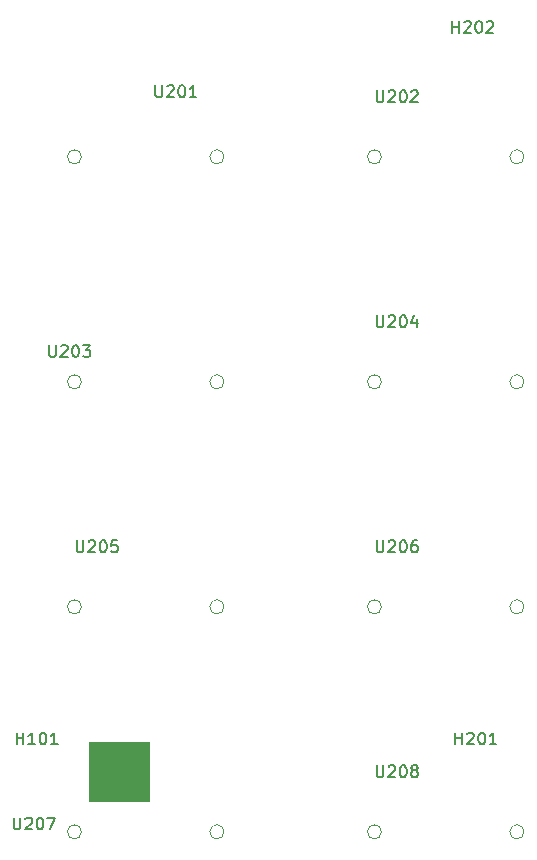
<source format=gbr>
%TF.GenerationSoftware,KiCad,Pcbnew,8.0.8*%
%TF.CreationDate,2025-07-11T15:40:09+09:00*%
%TF.ProjectId,20250711-7seg-panel-display,32303235-3037-4313-912d-377365672d70,rev?*%
%TF.SameCoordinates,Original*%
%TF.FileFunction,Legend,Top*%
%TF.FilePolarity,Positive*%
%FSLAX46Y46*%
G04 Gerber Fmt 4.6, Leading zero omitted, Abs format (unit mm)*
G04 Created by KiCad (PCBNEW 8.0.8) date 2025-07-11 15:40:09*
%MOMM*%
%LPD*%
G01*
G04 APERTURE LIST*
%ADD10C,0.100000*%
%ADD11C,0.150000*%
%ADD12R,1.500000X1.500000*%
%ADD13C,1.500000*%
%ADD14C,3.200000*%
%ADD15R,1.700000X1.700000*%
%ADD16O,1.700000X1.700000*%
G04 APERTURE END LIST*
D10*
X63500000Y-114975000D02*
X68500000Y-114975000D01*
X68500000Y-119975000D01*
X63500000Y-119975000D01*
X63500000Y-114975000D01*
G36*
X63500000Y-114975000D02*
G01*
X68500000Y-114975000D01*
X68500000Y-119975000D01*
X63500000Y-119975000D01*
X63500000Y-114975000D01*
G37*
D11*
X87820714Y-97879819D02*
X87820714Y-98689342D01*
X87820714Y-98689342D02*
X87868333Y-98784580D01*
X87868333Y-98784580D02*
X87915952Y-98832200D01*
X87915952Y-98832200D02*
X88011190Y-98879819D01*
X88011190Y-98879819D02*
X88201666Y-98879819D01*
X88201666Y-98879819D02*
X88296904Y-98832200D01*
X88296904Y-98832200D02*
X88344523Y-98784580D01*
X88344523Y-98784580D02*
X88392142Y-98689342D01*
X88392142Y-98689342D02*
X88392142Y-97879819D01*
X88820714Y-97975057D02*
X88868333Y-97927438D01*
X88868333Y-97927438D02*
X88963571Y-97879819D01*
X88963571Y-97879819D02*
X89201666Y-97879819D01*
X89201666Y-97879819D02*
X89296904Y-97927438D01*
X89296904Y-97927438D02*
X89344523Y-97975057D01*
X89344523Y-97975057D02*
X89392142Y-98070295D01*
X89392142Y-98070295D02*
X89392142Y-98165533D01*
X89392142Y-98165533D02*
X89344523Y-98308390D01*
X89344523Y-98308390D02*
X88773095Y-98879819D01*
X88773095Y-98879819D02*
X89392142Y-98879819D01*
X90011190Y-97879819D02*
X90106428Y-97879819D01*
X90106428Y-97879819D02*
X90201666Y-97927438D01*
X90201666Y-97927438D02*
X90249285Y-97975057D01*
X90249285Y-97975057D02*
X90296904Y-98070295D01*
X90296904Y-98070295D02*
X90344523Y-98260771D01*
X90344523Y-98260771D02*
X90344523Y-98498866D01*
X90344523Y-98498866D02*
X90296904Y-98689342D01*
X90296904Y-98689342D02*
X90249285Y-98784580D01*
X90249285Y-98784580D02*
X90201666Y-98832200D01*
X90201666Y-98832200D02*
X90106428Y-98879819D01*
X90106428Y-98879819D02*
X90011190Y-98879819D01*
X90011190Y-98879819D02*
X89915952Y-98832200D01*
X89915952Y-98832200D02*
X89868333Y-98784580D01*
X89868333Y-98784580D02*
X89820714Y-98689342D01*
X89820714Y-98689342D02*
X89773095Y-98498866D01*
X89773095Y-98498866D02*
X89773095Y-98260771D01*
X89773095Y-98260771D02*
X89820714Y-98070295D01*
X89820714Y-98070295D02*
X89868333Y-97975057D01*
X89868333Y-97975057D02*
X89915952Y-97927438D01*
X89915952Y-97927438D02*
X90011190Y-97879819D01*
X91201666Y-97879819D02*
X91011190Y-97879819D01*
X91011190Y-97879819D02*
X90915952Y-97927438D01*
X90915952Y-97927438D02*
X90868333Y-97975057D01*
X90868333Y-97975057D02*
X90773095Y-98117914D01*
X90773095Y-98117914D02*
X90725476Y-98308390D01*
X90725476Y-98308390D02*
X90725476Y-98689342D01*
X90725476Y-98689342D02*
X90773095Y-98784580D01*
X90773095Y-98784580D02*
X90820714Y-98832200D01*
X90820714Y-98832200D02*
X90915952Y-98879819D01*
X90915952Y-98879819D02*
X91106428Y-98879819D01*
X91106428Y-98879819D02*
X91201666Y-98832200D01*
X91201666Y-98832200D02*
X91249285Y-98784580D01*
X91249285Y-98784580D02*
X91296904Y-98689342D01*
X91296904Y-98689342D02*
X91296904Y-98451247D01*
X91296904Y-98451247D02*
X91249285Y-98356009D01*
X91249285Y-98356009D02*
X91201666Y-98308390D01*
X91201666Y-98308390D02*
X91106428Y-98260771D01*
X91106428Y-98260771D02*
X90915952Y-98260771D01*
X90915952Y-98260771D02*
X90820714Y-98308390D01*
X90820714Y-98308390D02*
X90773095Y-98356009D01*
X90773095Y-98356009D02*
X90725476Y-98451247D01*
X87820714Y-59779819D02*
X87820714Y-60589342D01*
X87820714Y-60589342D02*
X87868333Y-60684580D01*
X87868333Y-60684580D02*
X87915952Y-60732200D01*
X87915952Y-60732200D02*
X88011190Y-60779819D01*
X88011190Y-60779819D02*
X88201666Y-60779819D01*
X88201666Y-60779819D02*
X88296904Y-60732200D01*
X88296904Y-60732200D02*
X88344523Y-60684580D01*
X88344523Y-60684580D02*
X88392142Y-60589342D01*
X88392142Y-60589342D02*
X88392142Y-59779819D01*
X88820714Y-59875057D02*
X88868333Y-59827438D01*
X88868333Y-59827438D02*
X88963571Y-59779819D01*
X88963571Y-59779819D02*
X89201666Y-59779819D01*
X89201666Y-59779819D02*
X89296904Y-59827438D01*
X89296904Y-59827438D02*
X89344523Y-59875057D01*
X89344523Y-59875057D02*
X89392142Y-59970295D01*
X89392142Y-59970295D02*
X89392142Y-60065533D01*
X89392142Y-60065533D02*
X89344523Y-60208390D01*
X89344523Y-60208390D02*
X88773095Y-60779819D01*
X88773095Y-60779819D02*
X89392142Y-60779819D01*
X90011190Y-59779819D02*
X90106428Y-59779819D01*
X90106428Y-59779819D02*
X90201666Y-59827438D01*
X90201666Y-59827438D02*
X90249285Y-59875057D01*
X90249285Y-59875057D02*
X90296904Y-59970295D01*
X90296904Y-59970295D02*
X90344523Y-60160771D01*
X90344523Y-60160771D02*
X90344523Y-60398866D01*
X90344523Y-60398866D02*
X90296904Y-60589342D01*
X90296904Y-60589342D02*
X90249285Y-60684580D01*
X90249285Y-60684580D02*
X90201666Y-60732200D01*
X90201666Y-60732200D02*
X90106428Y-60779819D01*
X90106428Y-60779819D02*
X90011190Y-60779819D01*
X90011190Y-60779819D02*
X89915952Y-60732200D01*
X89915952Y-60732200D02*
X89868333Y-60684580D01*
X89868333Y-60684580D02*
X89820714Y-60589342D01*
X89820714Y-60589342D02*
X89773095Y-60398866D01*
X89773095Y-60398866D02*
X89773095Y-60160771D01*
X89773095Y-60160771D02*
X89820714Y-59970295D01*
X89820714Y-59970295D02*
X89868333Y-59875057D01*
X89868333Y-59875057D02*
X89915952Y-59827438D01*
X89915952Y-59827438D02*
X90011190Y-59779819D01*
X90725476Y-59875057D02*
X90773095Y-59827438D01*
X90773095Y-59827438D02*
X90868333Y-59779819D01*
X90868333Y-59779819D02*
X91106428Y-59779819D01*
X91106428Y-59779819D02*
X91201666Y-59827438D01*
X91201666Y-59827438D02*
X91249285Y-59875057D01*
X91249285Y-59875057D02*
X91296904Y-59970295D01*
X91296904Y-59970295D02*
X91296904Y-60065533D01*
X91296904Y-60065533D02*
X91249285Y-60208390D01*
X91249285Y-60208390D02*
X90677857Y-60779819D01*
X90677857Y-60779819D02*
X91296904Y-60779819D01*
X94231714Y-54909819D02*
X94231714Y-53909819D01*
X94231714Y-54386009D02*
X94803142Y-54386009D01*
X94803142Y-54909819D02*
X94803142Y-53909819D01*
X95231714Y-54005057D02*
X95279333Y-53957438D01*
X95279333Y-53957438D02*
X95374571Y-53909819D01*
X95374571Y-53909819D02*
X95612666Y-53909819D01*
X95612666Y-53909819D02*
X95707904Y-53957438D01*
X95707904Y-53957438D02*
X95755523Y-54005057D01*
X95755523Y-54005057D02*
X95803142Y-54100295D01*
X95803142Y-54100295D02*
X95803142Y-54195533D01*
X95803142Y-54195533D02*
X95755523Y-54338390D01*
X95755523Y-54338390D02*
X95184095Y-54909819D01*
X95184095Y-54909819D02*
X95803142Y-54909819D01*
X96422190Y-53909819D02*
X96517428Y-53909819D01*
X96517428Y-53909819D02*
X96612666Y-53957438D01*
X96612666Y-53957438D02*
X96660285Y-54005057D01*
X96660285Y-54005057D02*
X96707904Y-54100295D01*
X96707904Y-54100295D02*
X96755523Y-54290771D01*
X96755523Y-54290771D02*
X96755523Y-54528866D01*
X96755523Y-54528866D02*
X96707904Y-54719342D01*
X96707904Y-54719342D02*
X96660285Y-54814580D01*
X96660285Y-54814580D02*
X96612666Y-54862200D01*
X96612666Y-54862200D02*
X96517428Y-54909819D01*
X96517428Y-54909819D02*
X96422190Y-54909819D01*
X96422190Y-54909819D02*
X96326952Y-54862200D01*
X96326952Y-54862200D02*
X96279333Y-54814580D01*
X96279333Y-54814580D02*
X96231714Y-54719342D01*
X96231714Y-54719342D02*
X96184095Y-54528866D01*
X96184095Y-54528866D02*
X96184095Y-54290771D01*
X96184095Y-54290771D02*
X96231714Y-54100295D01*
X96231714Y-54100295D02*
X96279333Y-54005057D01*
X96279333Y-54005057D02*
X96326952Y-53957438D01*
X96326952Y-53957438D02*
X96422190Y-53909819D01*
X97136476Y-54005057D02*
X97184095Y-53957438D01*
X97184095Y-53957438D02*
X97279333Y-53909819D01*
X97279333Y-53909819D02*
X97517428Y-53909819D01*
X97517428Y-53909819D02*
X97612666Y-53957438D01*
X97612666Y-53957438D02*
X97660285Y-54005057D01*
X97660285Y-54005057D02*
X97707904Y-54100295D01*
X97707904Y-54100295D02*
X97707904Y-54195533D01*
X97707904Y-54195533D02*
X97660285Y-54338390D01*
X97660285Y-54338390D02*
X97088857Y-54909819D01*
X97088857Y-54909819D02*
X97707904Y-54909819D01*
X62420714Y-97879819D02*
X62420714Y-98689342D01*
X62420714Y-98689342D02*
X62468333Y-98784580D01*
X62468333Y-98784580D02*
X62515952Y-98832200D01*
X62515952Y-98832200D02*
X62611190Y-98879819D01*
X62611190Y-98879819D02*
X62801666Y-98879819D01*
X62801666Y-98879819D02*
X62896904Y-98832200D01*
X62896904Y-98832200D02*
X62944523Y-98784580D01*
X62944523Y-98784580D02*
X62992142Y-98689342D01*
X62992142Y-98689342D02*
X62992142Y-97879819D01*
X63420714Y-97975057D02*
X63468333Y-97927438D01*
X63468333Y-97927438D02*
X63563571Y-97879819D01*
X63563571Y-97879819D02*
X63801666Y-97879819D01*
X63801666Y-97879819D02*
X63896904Y-97927438D01*
X63896904Y-97927438D02*
X63944523Y-97975057D01*
X63944523Y-97975057D02*
X63992142Y-98070295D01*
X63992142Y-98070295D02*
X63992142Y-98165533D01*
X63992142Y-98165533D02*
X63944523Y-98308390D01*
X63944523Y-98308390D02*
X63373095Y-98879819D01*
X63373095Y-98879819D02*
X63992142Y-98879819D01*
X64611190Y-97879819D02*
X64706428Y-97879819D01*
X64706428Y-97879819D02*
X64801666Y-97927438D01*
X64801666Y-97927438D02*
X64849285Y-97975057D01*
X64849285Y-97975057D02*
X64896904Y-98070295D01*
X64896904Y-98070295D02*
X64944523Y-98260771D01*
X64944523Y-98260771D02*
X64944523Y-98498866D01*
X64944523Y-98498866D02*
X64896904Y-98689342D01*
X64896904Y-98689342D02*
X64849285Y-98784580D01*
X64849285Y-98784580D02*
X64801666Y-98832200D01*
X64801666Y-98832200D02*
X64706428Y-98879819D01*
X64706428Y-98879819D02*
X64611190Y-98879819D01*
X64611190Y-98879819D02*
X64515952Y-98832200D01*
X64515952Y-98832200D02*
X64468333Y-98784580D01*
X64468333Y-98784580D02*
X64420714Y-98689342D01*
X64420714Y-98689342D02*
X64373095Y-98498866D01*
X64373095Y-98498866D02*
X64373095Y-98260771D01*
X64373095Y-98260771D02*
X64420714Y-98070295D01*
X64420714Y-98070295D02*
X64468333Y-97975057D01*
X64468333Y-97975057D02*
X64515952Y-97927438D01*
X64515952Y-97927438D02*
X64611190Y-97879819D01*
X65849285Y-97879819D02*
X65373095Y-97879819D01*
X65373095Y-97879819D02*
X65325476Y-98356009D01*
X65325476Y-98356009D02*
X65373095Y-98308390D01*
X65373095Y-98308390D02*
X65468333Y-98260771D01*
X65468333Y-98260771D02*
X65706428Y-98260771D01*
X65706428Y-98260771D02*
X65801666Y-98308390D01*
X65801666Y-98308390D02*
X65849285Y-98356009D01*
X65849285Y-98356009D02*
X65896904Y-98451247D01*
X65896904Y-98451247D02*
X65896904Y-98689342D01*
X65896904Y-98689342D02*
X65849285Y-98784580D01*
X65849285Y-98784580D02*
X65801666Y-98832200D01*
X65801666Y-98832200D02*
X65706428Y-98879819D01*
X65706428Y-98879819D02*
X65468333Y-98879819D01*
X65468333Y-98879819D02*
X65373095Y-98832200D01*
X65373095Y-98832200D02*
X65325476Y-98784580D01*
X69085714Y-59354819D02*
X69085714Y-60164342D01*
X69085714Y-60164342D02*
X69133333Y-60259580D01*
X69133333Y-60259580D02*
X69180952Y-60307200D01*
X69180952Y-60307200D02*
X69276190Y-60354819D01*
X69276190Y-60354819D02*
X69466666Y-60354819D01*
X69466666Y-60354819D02*
X69561904Y-60307200D01*
X69561904Y-60307200D02*
X69609523Y-60259580D01*
X69609523Y-60259580D02*
X69657142Y-60164342D01*
X69657142Y-60164342D02*
X69657142Y-59354819D01*
X70085714Y-59450057D02*
X70133333Y-59402438D01*
X70133333Y-59402438D02*
X70228571Y-59354819D01*
X70228571Y-59354819D02*
X70466666Y-59354819D01*
X70466666Y-59354819D02*
X70561904Y-59402438D01*
X70561904Y-59402438D02*
X70609523Y-59450057D01*
X70609523Y-59450057D02*
X70657142Y-59545295D01*
X70657142Y-59545295D02*
X70657142Y-59640533D01*
X70657142Y-59640533D02*
X70609523Y-59783390D01*
X70609523Y-59783390D02*
X70038095Y-60354819D01*
X70038095Y-60354819D02*
X70657142Y-60354819D01*
X71276190Y-59354819D02*
X71371428Y-59354819D01*
X71371428Y-59354819D02*
X71466666Y-59402438D01*
X71466666Y-59402438D02*
X71514285Y-59450057D01*
X71514285Y-59450057D02*
X71561904Y-59545295D01*
X71561904Y-59545295D02*
X71609523Y-59735771D01*
X71609523Y-59735771D02*
X71609523Y-59973866D01*
X71609523Y-59973866D02*
X71561904Y-60164342D01*
X71561904Y-60164342D02*
X71514285Y-60259580D01*
X71514285Y-60259580D02*
X71466666Y-60307200D01*
X71466666Y-60307200D02*
X71371428Y-60354819D01*
X71371428Y-60354819D02*
X71276190Y-60354819D01*
X71276190Y-60354819D02*
X71180952Y-60307200D01*
X71180952Y-60307200D02*
X71133333Y-60259580D01*
X71133333Y-60259580D02*
X71085714Y-60164342D01*
X71085714Y-60164342D02*
X71038095Y-59973866D01*
X71038095Y-59973866D02*
X71038095Y-59735771D01*
X71038095Y-59735771D02*
X71085714Y-59545295D01*
X71085714Y-59545295D02*
X71133333Y-59450057D01*
X71133333Y-59450057D02*
X71180952Y-59402438D01*
X71180952Y-59402438D02*
X71276190Y-59354819D01*
X72561904Y-60354819D02*
X71990476Y-60354819D01*
X72276190Y-60354819D02*
X72276190Y-59354819D01*
X72276190Y-59354819D02*
X72180952Y-59497676D01*
X72180952Y-59497676D02*
X72085714Y-59592914D01*
X72085714Y-59592914D02*
X71990476Y-59640533D01*
X87820714Y-116929819D02*
X87820714Y-117739342D01*
X87820714Y-117739342D02*
X87868333Y-117834580D01*
X87868333Y-117834580D02*
X87915952Y-117882200D01*
X87915952Y-117882200D02*
X88011190Y-117929819D01*
X88011190Y-117929819D02*
X88201666Y-117929819D01*
X88201666Y-117929819D02*
X88296904Y-117882200D01*
X88296904Y-117882200D02*
X88344523Y-117834580D01*
X88344523Y-117834580D02*
X88392142Y-117739342D01*
X88392142Y-117739342D02*
X88392142Y-116929819D01*
X88820714Y-117025057D02*
X88868333Y-116977438D01*
X88868333Y-116977438D02*
X88963571Y-116929819D01*
X88963571Y-116929819D02*
X89201666Y-116929819D01*
X89201666Y-116929819D02*
X89296904Y-116977438D01*
X89296904Y-116977438D02*
X89344523Y-117025057D01*
X89344523Y-117025057D02*
X89392142Y-117120295D01*
X89392142Y-117120295D02*
X89392142Y-117215533D01*
X89392142Y-117215533D02*
X89344523Y-117358390D01*
X89344523Y-117358390D02*
X88773095Y-117929819D01*
X88773095Y-117929819D02*
X89392142Y-117929819D01*
X90011190Y-116929819D02*
X90106428Y-116929819D01*
X90106428Y-116929819D02*
X90201666Y-116977438D01*
X90201666Y-116977438D02*
X90249285Y-117025057D01*
X90249285Y-117025057D02*
X90296904Y-117120295D01*
X90296904Y-117120295D02*
X90344523Y-117310771D01*
X90344523Y-117310771D02*
X90344523Y-117548866D01*
X90344523Y-117548866D02*
X90296904Y-117739342D01*
X90296904Y-117739342D02*
X90249285Y-117834580D01*
X90249285Y-117834580D02*
X90201666Y-117882200D01*
X90201666Y-117882200D02*
X90106428Y-117929819D01*
X90106428Y-117929819D02*
X90011190Y-117929819D01*
X90011190Y-117929819D02*
X89915952Y-117882200D01*
X89915952Y-117882200D02*
X89868333Y-117834580D01*
X89868333Y-117834580D02*
X89820714Y-117739342D01*
X89820714Y-117739342D02*
X89773095Y-117548866D01*
X89773095Y-117548866D02*
X89773095Y-117310771D01*
X89773095Y-117310771D02*
X89820714Y-117120295D01*
X89820714Y-117120295D02*
X89868333Y-117025057D01*
X89868333Y-117025057D02*
X89915952Y-116977438D01*
X89915952Y-116977438D02*
X90011190Y-116929819D01*
X90915952Y-117358390D02*
X90820714Y-117310771D01*
X90820714Y-117310771D02*
X90773095Y-117263152D01*
X90773095Y-117263152D02*
X90725476Y-117167914D01*
X90725476Y-117167914D02*
X90725476Y-117120295D01*
X90725476Y-117120295D02*
X90773095Y-117025057D01*
X90773095Y-117025057D02*
X90820714Y-116977438D01*
X90820714Y-116977438D02*
X90915952Y-116929819D01*
X90915952Y-116929819D02*
X91106428Y-116929819D01*
X91106428Y-116929819D02*
X91201666Y-116977438D01*
X91201666Y-116977438D02*
X91249285Y-117025057D01*
X91249285Y-117025057D02*
X91296904Y-117120295D01*
X91296904Y-117120295D02*
X91296904Y-117167914D01*
X91296904Y-117167914D02*
X91249285Y-117263152D01*
X91249285Y-117263152D02*
X91201666Y-117310771D01*
X91201666Y-117310771D02*
X91106428Y-117358390D01*
X91106428Y-117358390D02*
X90915952Y-117358390D01*
X90915952Y-117358390D02*
X90820714Y-117406009D01*
X90820714Y-117406009D02*
X90773095Y-117453628D01*
X90773095Y-117453628D02*
X90725476Y-117548866D01*
X90725476Y-117548866D02*
X90725476Y-117739342D01*
X90725476Y-117739342D02*
X90773095Y-117834580D01*
X90773095Y-117834580D02*
X90820714Y-117882200D01*
X90820714Y-117882200D02*
X90915952Y-117929819D01*
X90915952Y-117929819D02*
X91106428Y-117929819D01*
X91106428Y-117929819D02*
X91201666Y-117882200D01*
X91201666Y-117882200D02*
X91249285Y-117834580D01*
X91249285Y-117834580D02*
X91296904Y-117739342D01*
X91296904Y-117739342D02*
X91296904Y-117548866D01*
X91296904Y-117548866D02*
X91249285Y-117453628D01*
X91249285Y-117453628D02*
X91201666Y-117406009D01*
X91201666Y-117406009D02*
X91106428Y-117358390D01*
X57335714Y-115154819D02*
X57335714Y-114154819D01*
X57335714Y-114631009D02*
X57907142Y-114631009D01*
X57907142Y-115154819D02*
X57907142Y-114154819D01*
X58907142Y-115154819D02*
X58335714Y-115154819D01*
X58621428Y-115154819D02*
X58621428Y-114154819D01*
X58621428Y-114154819D02*
X58526190Y-114297676D01*
X58526190Y-114297676D02*
X58430952Y-114392914D01*
X58430952Y-114392914D02*
X58335714Y-114440533D01*
X59526190Y-114154819D02*
X59621428Y-114154819D01*
X59621428Y-114154819D02*
X59716666Y-114202438D01*
X59716666Y-114202438D02*
X59764285Y-114250057D01*
X59764285Y-114250057D02*
X59811904Y-114345295D01*
X59811904Y-114345295D02*
X59859523Y-114535771D01*
X59859523Y-114535771D02*
X59859523Y-114773866D01*
X59859523Y-114773866D02*
X59811904Y-114964342D01*
X59811904Y-114964342D02*
X59764285Y-115059580D01*
X59764285Y-115059580D02*
X59716666Y-115107200D01*
X59716666Y-115107200D02*
X59621428Y-115154819D01*
X59621428Y-115154819D02*
X59526190Y-115154819D01*
X59526190Y-115154819D02*
X59430952Y-115107200D01*
X59430952Y-115107200D02*
X59383333Y-115059580D01*
X59383333Y-115059580D02*
X59335714Y-114964342D01*
X59335714Y-114964342D02*
X59288095Y-114773866D01*
X59288095Y-114773866D02*
X59288095Y-114535771D01*
X59288095Y-114535771D02*
X59335714Y-114345295D01*
X59335714Y-114345295D02*
X59383333Y-114250057D01*
X59383333Y-114250057D02*
X59430952Y-114202438D01*
X59430952Y-114202438D02*
X59526190Y-114154819D01*
X60811904Y-115154819D02*
X60240476Y-115154819D01*
X60526190Y-115154819D02*
X60526190Y-114154819D01*
X60526190Y-114154819D02*
X60430952Y-114297676D01*
X60430952Y-114297676D02*
X60335714Y-114392914D01*
X60335714Y-114392914D02*
X60240476Y-114440533D01*
X87820714Y-78829819D02*
X87820714Y-79639342D01*
X87820714Y-79639342D02*
X87868333Y-79734580D01*
X87868333Y-79734580D02*
X87915952Y-79782200D01*
X87915952Y-79782200D02*
X88011190Y-79829819D01*
X88011190Y-79829819D02*
X88201666Y-79829819D01*
X88201666Y-79829819D02*
X88296904Y-79782200D01*
X88296904Y-79782200D02*
X88344523Y-79734580D01*
X88344523Y-79734580D02*
X88392142Y-79639342D01*
X88392142Y-79639342D02*
X88392142Y-78829819D01*
X88820714Y-78925057D02*
X88868333Y-78877438D01*
X88868333Y-78877438D02*
X88963571Y-78829819D01*
X88963571Y-78829819D02*
X89201666Y-78829819D01*
X89201666Y-78829819D02*
X89296904Y-78877438D01*
X89296904Y-78877438D02*
X89344523Y-78925057D01*
X89344523Y-78925057D02*
X89392142Y-79020295D01*
X89392142Y-79020295D02*
X89392142Y-79115533D01*
X89392142Y-79115533D02*
X89344523Y-79258390D01*
X89344523Y-79258390D02*
X88773095Y-79829819D01*
X88773095Y-79829819D02*
X89392142Y-79829819D01*
X90011190Y-78829819D02*
X90106428Y-78829819D01*
X90106428Y-78829819D02*
X90201666Y-78877438D01*
X90201666Y-78877438D02*
X90249285Y-78925057D01*
X90249285Y-78925057D02*
X90296904Y-79020295D01*
X90296904Y-79020295D02*
X90344523Y-79210771D01*
X90344523Y-79210771D02*
X90344523Y-79448866D01*
X90344523Y-79448866D02*
X90296904Y-79639342D01*
X90296904Y-79639342D02*
X90249285Y-79734580D01*
X90249285Y-79734580D02*
X90201666Y-79782200D01*
X90201666Y-79782200D02*
X90106428Y-79829819D01*
X90106428Y-79829819D02*
X90011190Y-79829819D01*
X90011190Y-79829819D02*
X89915952Y-79782200D01*
X89915952Y-79782200D02*
X89868333Y-79734580D01*
X89868333Y-79734580D02*
X89820714Y-79639342D01*
X89820714Y-79639342D02*
X89773095Y-79448866D01*
X89773095Y-79448866D02*
X89773095Y-79210771D01*
X89773095Y-79210771D02*
X89820714Y-79020295D01*
X89820714Y-79020295D02*
X89868333Y-78925057D01*
X89868333Y-78925057D02*
X89915952Y-78877438D01*
X89915952Y-78877438D02*
X90011190Y-78829819D01*
X91201666Y-79163152D02*
X91201666Y-79829819D01*
X90963571Y-78782200D02*
X90725476Y-79496485D01*
X90725476Y-79496485D02*
X91344523Y-79496485D01*
X60085714Y-81354819D02*
X60085714Y-82164342D01*
X60085714Y-82164342D02*
X60133333Y-82259580D01*
X60133333Y-82259580D02*
X60180952Y-82307200D01*
X60180952Y-82307200D02*
X60276190Y-82354819D01*
X60276190Y-82354819D02*
X60466666Y-82354819D01*
X60466666Y-82354819D02*
X60561904Y-82307200D01*
X60561904Y-82307200D02*
X60609523Y-82259580D01*
X60609523Y-82259580D02*
X60657142Y-82164342D01*
X60657142Y-82164342D02*
X60657142Y-81354819D01*
X61085714Y-81450057D02*
X61133333Y-81402438D01*
X61133333Y-81402438D02*
X61228571Y-81354819D01*
X61228571Y-81354819D02*
X61466666Y-81354819D01*
X61466666Y-81354819D02*
X61561904Y-81402438D01*
X61561904Y-81402438D02*
X61609523Y-81450057D01*
X61609523Y-81450057D02*
X61657142Y-81545295D01*
X61657142Y-81545295D02*
X61657142Y-81640533D01*
X61657142Y-81640533D02*
X61609523Y-81783390D01*
X61609523Y-81783390D02*
X61038095Y-82354819D01*
X61038095Y-82354819D02*
X61657142Y-82354819D01*
X62276190Y-81354819D02*
X62371428Y-81354819D01*
X62371428Y-81354819D02*
X62466666Y-81402438D01*
X62466666Y-81402438D02*
X62514285Y-81450057D01*
X62514285Y-81450057D02*
X62561904Y-81545295D01*
X62561904Y-81545295D02*
X62609523Y-81735771D01*
X62609523Y-81735771D02*
X62609523Y-81973866D01*
X62609523Y-81973866D02*
X62561904Y-82164342D01*
X62561904Y-82164342D02*
X62514285Y-82259580D01*
X62514285Y-82259580D02*
X62466666Y-82307200D01*
X62466666Y-82307200D02*
X62371428Y-82354819D01*
X62371428Y-82354819D02*
X62276190Y-82354819D01*
X62276190Y-82354819D02*
X62180952Y-82307200D01*
X62180952Y-82307200D02*
X62133333Y-82259580D01*
X62133333Y-82259580D02*
X62085714Y-82164342D01*
X62085714Y-82164342D02*
X62038095Y-81973866D01*
X62038095Y-81973866D02*
X62038095Y-81735771D01*
X62038095Y-81735771D02*
X62085714Y-81545295D01*
X62085714Y-81545295D02*
X62133333Y-81450057D01*
X62133333Y-81450057D02*
X62180952Y-81402438D01*
X62180952Y-81402438D02*
X62276190Y-81354819D01*
X62942857Y-81354819D02*
X63561904Y-81354819D01*
X63561904Y-81354819D02*
X63228571Y-81735771D01*
X63228571Y-81735771D02*
X63371428Y-81735771D01*
X63371428Y-81735771D02*
X63466666Y-81783390D01*
X63466666Y-81783390D02*
X63514285Y-81831009D01*
X63514285Y-81831009D02*
X63561904Y-81926247D01*
X63561904Y-81926247D02*
X63561904Y-82164342D01*
X63561904Y-82164342D02*
X63514285Y-82259580D01*
X63514285Y-82259580D02*
X63466666Y-82307200D01*
X63466666Y-82307200D02*
X63371428Y-82354819D01*
X63371428Y-82354819D02*
X63085714Y-82354819D01*
X63085714Y-82354819D02*
X62990476Y-82307200D01*
X62990476Y-82307200D02*
X62942857Y-82259580D01*
X57085714Y-121354819D02*
X57085714Y-122164342D01*
X57085714Y-122164342D02*
X57133333Y-122259580D01*
X57133333Y-122259580D02*
X57180952Y-122307200D01*
X57180952Y-122307200D02*
X57276190Y-122354819D01*
X57276190Y-122354819D02*
X57466666Y-122354819D01*
X57466666Y-122354819D02*
X57561904Y-122307200D01*
X57561904Y-122307200D02*
X57609523Y-122259580D01*
X57609523Y-122259580D02*
X57657142Y-122164342D01*
X57657142Y-122164342D02*
X57657142Y-121354819D01*
X58085714Y-121450057D02*
X58133333Y-121402438D01*
X58133333Y-121402438D02*
X58228571Y-121354819D01*
X58228571Y-121354819D02*
X58466666Y-121354819D01*
X58466666Y-121354819D02*
X58561904Y-121402438D01*
X58561904Y-121402438D02*
X58609523Y-121450057D01*
X58609523Y-121450057D02*
X58657142Y-121545295D01*
X58657142Y-121545295D02*
X58657142Y-121640533D01*
X58657142Y-121640533D02*
X58609523Y-121783390D01*
X58609523Y-121783390D02*
X58038095Y-122354819D01*
X58038095Y-122354819D02*
X58657142Y-122354819D01*
X59276190Y-121354819D02*
X59371428Y-121354819D01*
X59371428Y-121354819D02*
X59466666Y-121402438D01*
X59466666Y-121402438D02*
X59514285Y-121450057D01*
X59514285Y-121450057D02*
X59561904Y-121545295D01*
X59561904Y-121545295D02*
X59609523Y-121735771D01*
X59609523Y-121735771D02*
X59609523Y-121973866D01*
X59609523Y-121973866D02*
X59561904Y-122164342D01*
X59561904Y-122164342D02*
X59514285Y-122259580D01*
X59514285Y-122259580D02*
X59466666Y-122307200D01*
X59466666Y-122307200D02*
X59371428Y-122354819D01*
X59371428Y-122354819D02*
X59276190Y-122354819D01*
X59276190Y-122354819D02*
X59180952Y-122307200D01*
X59180952Y-122307200D02*
X59133333Y-122259580D01*
X59133333Y-122259580D02*
X59085714Y-122164342D01*
X59085714Y-122164342D02*
X59038095Y-121973866D01*
X59038095Y-121973866D02*
X59038095Y-121735771D01*
X59038095Y-121735771D02*
X59085714Y-121545295D01*
X59085714Y-121545295D02*
X59133333Y-121450057D01*
X59133333Y-121450057D02*
X59180952Y-121402438D01*
X59180952Y-121402438D02*
X59276190Y-121354819D01*
X59942857Y-121354819D02*
X60609523Y-121354819D01*
X60609523Y-121354819D02*
X60180952Y-122354819D01*
X94485714Y-115154819D02*
X94485714Y-114154819D01*
X94485714Y-114631009D02*
X95057142Y-114631009D01*
X95057142Y-115154819D02*
X95057142Y-114154819D01*
X95485714Y-114250057D02*
X95533333Y-114202438D01*
X95533333Y-114202438D02*
X95628571Y-114154819D01*
X95628571Y-114154819D02*
X95866666Y-114154819D01*
X95866666Y-114154819D02*
X95961904Y-114202438D01*
X95961904Y-114202438D02*
X96009523Y-114250057D01*
X96009523Y-114250057D02*
X96057142Y-114345295D01*
X96057142Y-114345295D02*
X96057142Y-114440533D01*
X96057142Y-114440533D02*
X96009523Y-114583390D01*
X96009523Y-114583390D02*
X95438095Y-115154819D01*
X95438095Y-115154819D02*
X96057142Y-115154819D01*
X96676190Y-114154819D02*
X96771428Y-114154819D01*
X96771428Y-114154819D02*
X96866666Y-114202438D01*
X96866666Y-114202438D02*
X96914285Y-114250057D01*
X96914285Y-114250057D02*
X96961904Y-114345295D01*
X96961904Y-114345295D02*
X97009523Y-114535771D01*
X97009523Y-114535771D02*
X97009523Y-114773866D01*
X97009523Y-114773866D02*
X96961904Y-114964342D01*
X96961904Y-114964342D02*
X96914285Y-115059580D01*
X96914285Y-115059580D02*
X96866666Y-115107200D01*
X96866666Y-115107200D02*
X96771428Y-115154819D01*
X96771428Y-115154819D02*
X96676190Y-115154819D01*
X96676190Y-115154819D02*
X96580952Y-115107200D01*
X96580952Y-115107200D02*
X96533333Y-115059580D01*
X96533333Y-115059580D02*
X96485714Y-114964342D01*
X96485714Y-114964342D02*
X96438095Y-114773866D01*
X96438095Y-114773866D02*
X96438095Y-114535771D01*
X96438095Y-114535771D02*
X96485714Y-114345295D01*
X96485714Y-114345295D02*
X96533333Y-114250057D01*
X96533333Y-114250057D02*
X96580952Y-114202438D01*
X96580952Y-114202438D02*
X96676190Y-114154819D01*
X97961904Y-115154819D02*
X97390476Y-115154819D01*
X97676190Y-115154819D02*
X97676190Y-114154819D01*
X97676190Y-114154819D02*
X97580952Y-114297676D01*
X97580952Y-114297676D02*
X97485714Y-114392914D01*
X97485714Y-114392914D02*
X97390476Y-114440533D01*
D10*
%TO.C,U206*%
X88230000Y-103505000D02*
G75*
G02*
X87030000Y-103505000I-600000J0D01*
G01*
X87030000Y-103505000D02*
G75*
G02*
X88230000Y-103505000I600000J0D01*
G01*
X100295000Y-103505000D02*
G75*
G02*
X99095000Y-103505000I-600000J0D01*
G01*
X99095000Y-103505000D02*
G75*
G02*
X100295000Y-103505000I600000J0D01*
G01*
%TO.C,U202*%
X88230000Y-65405000D02*
G75*
G02*
X87030000Y-65405000I-600000J0D01*
G01*
X87030000Y-65405000D02*
G75*
G02*
X88230000Y-65405000I600000J0D01*
G01*
X100295000Y-65405000D02*
G75*
G02*
X99095000Y-65405000I-600000J0D01*
G01*
X99095000Y-65405000D02*
G75*
G02*
X100295000Y-65405000I600000J0D01*
G01*
%TO.C,U205*%
X62830000Y-103505000D02*
G75*
G02*
X61630000Y-103505000I-600000J0D01*
G01*
X61630000Y-103505000D02*
G75*
G02*
X62830000Y-103505000I600000J0D01*
G01*
X74895000Y-103505000D02*
G75*
G02*
X73695000Y-103505000I-600000J0D01*
G01*
X73695000Y-103505000D02*
G75*
G02*
X74895000Y-103505000I600000J0D01*
G01*
%TO.C,U201*%
X62830000Y-65405000D02*
G75*
G02*
X61630000Y-65405000I-600000J0D01*
G01*
X61630000Y-65405000D02*
G75*
G02*
X62830000Y-65405000I600000J0D01*
G01*
X74895000Y-65405000D02*
G75*
G02*
X73695000Y-65405000I-600000J0D01*
G01*
X73695000Y-65405000D02*
G75*
G02*
X74895000Y-65405000I600000J0D01*
G01*
%TO.C,U208*%
X88230000Y-122555000D02*
G75*
G02*
X87030000Y-122555000I-600000J0D01*
G01*
X87030000Y-122555000D02*
G75*
G02*
X88230000Y-122555000I600000J0D01*
G01*
X100295000Y-122555000D02*
G75*
G02*
X99095000Y-122555000I-600000J0D01*
G01*
X99095000Y-122555000D02*
G75*
G02*
X100295000Y-122555000I600000J0D01*
G01*
%TO.C,U204*%
X88230000Y-84455000D02*
G75*
G02*
X87030000Y-84455000I-600000J0D01*
G01*
X87030000Y-84455000D02*
G75*
G02*
X88230000Y-84455000I600000J0D01*
G01*
X100295000Y-84455000D02*
G75*
G02*
X99095000Y-84455000I-600000J0D01*
G01*
X99095000Y-84455000D02*
G75*
G02*
X100295000Y-84455000I600000J0D01*
G01*
%TO.C,U203*%
X62830000Y-84455000D02*
G75*
G02*
X61630000Y-84455000I-600000J0D01*
G01*
X61630000Y-84455000D02*
G75*
G02*
X62830000Y-84455000I600000J0D01*
G01*
X74895000Y-84455000D02*
G75*
G02*
X73695000Y-84455000I-600000J0D01*
G01*
X73695000Y-84455000D02*
G75*
G02*
X74895000Y-84455000I600000J0D01*
G01*
%TO.C,U207*%
X62830000Y-122555000D02*
G75*
G02*
X61630000Y-122555000I-600000J0D01*
G01*
X61630000Y-122555000D02*
G75*
G02*
X62830000Y-122555000I600000J0D01*
G01*
X74895000Y-122555000D02*
G75*
G02*
X73695000Y-122555000I-600000J0D01*
G01*
X73695000Y-122555000D02*
G75*
G02*
X74895000Y-122555000I600000J0D01*
G01*
%TD*%
%LPC*%
D12*
%TO.C,U206*%
X78740000Y-106045000D03*
D13*
X81280000Y-106045000D03*
X83820000Y-106045000D03*
X86360000Y-106045000D03*
X88900000Y-106045000D03*
X91440000Y-106045000D03*
X93980000Y-106045000D03*
X96520000Y-106045000D03*
X99060000Y-106045000D03*
X99060000Y-90805000D03*
X96520000Y-90805000D03*
X93980000Y-90805000D03*
X91440000Y-90805000D03*
X88900000Y-90805000D03*
X86360000Y-90805000D03*
X83820000Y-90805000D03*
X81280000Y-90805000D03*
X78740000Y-90805000D03*
%TD*%
D12*
%TO.C,U202*%
X78740000Y-67945000D03*
D13*
X81280000Y-67945000D03*
X83820000Y-67945000D03*
X86360000Y-67945000D03*
X88900000Y-67945000D03*
X91440000Y-67945000D03*
X93980000Y-67945000D03*
X96520000Y-67945000D03*
X99060000Y-67945000D03*
X99060000Y-52705000D03*
X96520000Y-52705000D03*
X93980000Y-52705000D03*
X91440000Y-52705000D03*
X88900000Y-52705000D03*
X86360000Y-52705000D03*
X83820000Y-52705000D03*
X81280000Y-52705000D03*
X78740000Y-52705000D03*
%TD*%
D14*
%TO.C,H202*%
X96200000Y-58900000D03*
%TD*%
D12*
%TO.C,U205*%
X53340000Y-106045000D03*
D13*
X55880000Y-106045000D03*
X58420000Y-106045000D03*
X60960000Y-106045000D03*
X63500000Y-106045000D03*
X66040000Y-106045000D03*
X68580000Y-106045000D03*
X71120000Y-106045000D03*
X73660000Y-106045000D03*
X73660000Y-90805000D03*
X71120000Y-90805000D03*
X68580000Y-90805000D03*
X66040000Y-90805000D03*
X63500000Y-90805000D03*
X60960000Y-90805000D03*
X58420000Y-90805000D03*
X55880000Y-90805000D03*
X53340000Y-90805000D03*
%TD*%
D12*
%TO.C,U201*%
X53340000Y-67945000D03*
D13*
X55880000Y-67945000D03*
X58420000Y-67945000D03*
X60960000Y-67945000D03*
X63500000Y-67945000D03*
X66040000Y-67945000D03*
X68580000Y-67945000D03*
X71120000Y-67945000D03*
X73660000Y-67945000D03*
X73660000Y-52705000D03*
X71120000Y-52705000D03*
X68580000Y-52705000D03*
X66040000Y-52705000D03*
X63500000Y-52705000D03*
X60960000Y-52705000D03*
X58420000Y-52705000D03*
X55880000Y-52705000D03*
X53340000Y-52705000D03*
%TD*%
D12*
%TO.C,U208*%
X78740000Y-125095000D03*
D13*
X81280000Y-125095000D03*
X83820000Y-125095000D03*
X86360000Y-125095000D03*
X88900000Y-125095000D03*
X91440000Y-125095000D03*
X93980000Y-125095000D03*
X96520000Y-125095000D03*
X99060000Y-125095000D03*
X99060000Y-109855000D03*
X96520000Y-109855000D03*
X93980000Y-109855000D03*
X91440000Y-109855000D03*
X88900000Y-109855000D03*
X86360000Y-109855000D03*
X83820000Y-109855000D03*
X81280000Y-109855000D03*
X78740000Y-109855000D03*
%TD*%
D14*
%TO.C,H101*%
X59050000Y-118900000D03*
%TD*%
D12*
%TO.C,U204*%
X78740000Y-86995000D03*
D13*
X81280000Y-86995000D03*
X83820000Y-86995000D03*
X86360000Y-86995000D03*
X88900000Y-86995000D03*
X91440000Y-86995000D03*
X93980000Y-86995000D03*
X96520000Y-86995000D03*
X99060000Y-86995000D03*
X99060000Y-71755000D03*
X96520000Y-71755000D03*
X93980000Y-71755000D03*
X91440000Y-71755000D03*
X88900000Y-71755000D03*
X86360000Y-71755000D03*
X83820000Y-71755000D03*
X81280000Y-71755000D03*
X78740000Y-71755000D03*
%TD*%
D12*
%TO.C,U203*%
X53340000Y-86995000D03*
D13*
X55880000Y-86995000D03*
X58420000Y-86995000D03*
X60960000Y-86995000D03*
X63500000Y-86995000D03*
X66040000Y-86995000D03*
X68580000Y-86995000D03*
X71120000Y-86995000D03*
X73660000Y-86995000D03*
X73660000Y-71755000D03*
X71120000Y-71755000D03*
X68580000Y-71755000D03*
X66040000Y-71755000D03*
X63500000Y-71755000D03*
X60960000Y-71755000D03*
X58420000Y-71755000D03*
X55880000Y-71755000D03*
X53340000Y-71755000D03*
%TD*%
D12*
%TO.C,U207*%
X53340000Y-125095000D03*
D13*
X55880000Y-125095000D03*
X58420000Y-125095000D03*
X60960000Y-125095000D03*
X63500000Y-125095000D03*
X66040000Y-125095000D03*
X68580000Y-125095000D03*
X71120000Y-125095000D03*
X73660000Y-125095000D03*
X73660000Y-109855000D03*
X71120000Y-109855000D03*
X68580000Y-109855000D03*
X66040000Y-109855000D03*
X63500000Y-109855000D03*
X60960000Y-109855000D03*
X58420000Y-109855000D03*
X55880000Y-109855000D03*
X53340000Y-109855000D03*
%TD*%
D14*
%TO.C,H201*%
X96200000Y-118900000D03*
%TD*%
D15*
%TO.C,J203*%
X73660000Y-116400000D03*
D16*
X73660000Y-118940000D03*
X76200000Y-116400000D03*
X76200000Y-118940000D03*
X78740000Y-116400000D03*
X78740000Y-118940000D03*
X81280000Y-116400000D03*
X81280000Y-118940000D03*
%TD*%
D15*
%TO.C,J202*%
X58970000Y-76400000D03*
D16*
X58970000Y-78940000D03*
X61510000Y-76400000D03*
X61510000Y-78940000D03*
X64050000Y-76400000D03*
X64050000Y-78940000D03*
X66590000Y-76400000D03*
X66590000Y-78940000D03*
%TD*%
D15*
%TO.C,J201*%
X59050000Y-58900000D03*
D16*
X59050000Y-61440000D03*
X61590000Y-58900000D03*
X61590000Y-61440000D03*
X64130000Y-58900000D03*
X64130000Y-61440000D03*
X66670000Y-58900000D03*
X66670000Y-61440000D03*
%TD*%
%LPD*%
M02*

</source>
